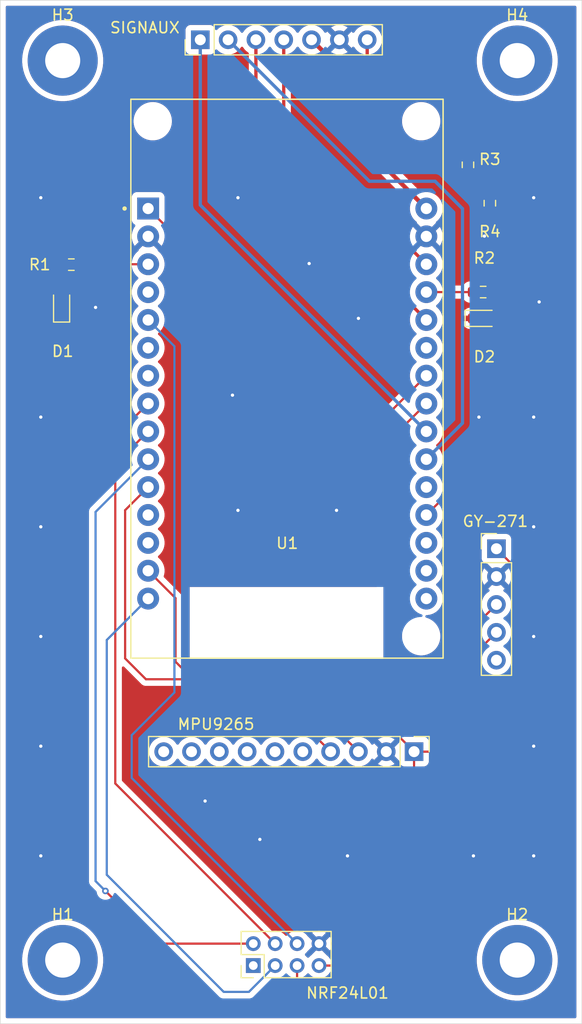
<source format=kicad_pcb>
(kicad_pcb (version 20241229) (generator "pcbnew") (generator_version "9.0")
  (layers (0 "F.Cu" signal) (2 "B.Cu" signal) (13 "F.Paste" user) (15 "B.Paste" user) (5 "F.SilkS" user "F.Silkscreen") (7 "B.SilkS" user "B.Silkscreen") (1 "F.Mask" user) (3 "B.Mask" user) (25 "Edge.Cuts" user))
  (net 0 "")
  (net 1 "Net-(D1-A)")
  (net 2 "GND")
  (net 3 "Net-(D2-A)")
  (net 4 "SDA_0")
  (net 5 "3V3")
  (net 6 "SCL_0")
  (net 7 "SCL_1")
  (net 8 "SDA_1")
  (net 9 "MOSI")
  (net 10 "NRF_CE")
  (net 11 "MISO")
  (net 12 "SCK")
  (net 13 "NRF_CSN")
  (net 14 "Moteur2")
  (net 15 "Moteur3")
  (net 16 "Moteur1")
  (net 17 "BEC_5V")
  (net 18 "BatteryCheck")
  (net 19 "Moteur4")
  (net 20 "GPLED")
  (net 21 "ReadyToFlyLED")
  (net 32 "BAT")
  (footprint "MountingHole:MountingHole_3.2mm_M3_Pad" (layer "F.Cu") (at 22 104.5)
    (property "Reference" "H1" (at 0 -4.15 0) (layer "F.SilkS"))
    (property "Value" "MountingHole" (hide yes))
    (pad "1" thru_hole circle (at 0 0) (size 6.4 6.4) (drill 3.2) (layers "*.Cu" "*.Mask"))
  )
  (footprint "Resistor_SMD:R_0603_1608Metric_Pad0.98x0.95mm_HandSolder" (layer "F.Cu") (at 61 35.5 90)
    (property "Reference" "R4" (at -2.5875 0 180) (layer "F.SilkS"))
    (property "Value" "15k")
    (fp_line (start -0.254724 -0.5225) (end 0.254724 -0.5225) (stroke (width 0.12)) (layer "F.SilkS"))
    (fp_line (start -0.254724 0.5225) (end 0.254724 0.5225) (stroke (width 0.12)) (layer "F.SilkS"))
    (pad "1" smd roundrect (at -0.9125 0 90) (size 0.975 0.95) (layers "F.Cu" "F.Mask" "F.Paste") (net 2 "GND"))
    (pad "2" smd roundrect (at 0.9125 0 90) (size 0.975 0.95) (layers "F.Cu" "F.Mask" "F.Paste") (net 18 "BatteryCheck"))
  )
  (footprint "MountingHole:MountingHole_3.2mm_M3_Pad" (layer "F.Cu") (at 63.5 104.5)
    (property "Reference" "H2" (at 0 -4.15 0) (layer "F.SilkS"))
    (property "Value" "MountingHole" (hide yes))
    (pad "1" thru_hole circle (at 0 0) (size 6.4 6.4) (drill 3.2) (layers "*.Cu" "*.Mask"))
  )
  (footprint "LED_SMD:LED_0603_1608Metric_Pad1.05x0.95mm_HandSolder" (layer "F.Cu") (at 21.9 44.675 90)
    (property "Reference" "D1" (at -4.325 0.1 180) (layer "F.SilkS"))
    (property "Value" "LED")
    (fp_line (start 0.8 -0.735) (end -1.66 -0.735) (stroke (width 0.12)) (layer "F.SilkS"))
    (fp_line (start -1.66 -0.735) (end -1.66 0.735) (stroke (width 0.12)) (layer "F.SilkS"))
    (fp_line (start -1.66 0.735) (end 0.8 0.735) (stroke (width 0.12)) (layer "F.SilkS"))
    (pad "1" smd roundrect (at -0.875 0 90) (size 1.05 0.95) (layers "F.Cu" "F.Mask" "F.Paste") (net 2 "GND"))
    (pad "2" smd roundrect (at 0.875 0 90) (size 1.05 0.95) (layers "F.Cu" "F.Mask" "F.Paste") (net 1 "Net-(D1-A)"))
  )
  (footprint "MountingHole:MountingHole_3.2mm_M3_Pad" (layer "F.Cu") (at 22 22.5)
    (property "Reference" "H3" (at 0 -4.15 0) (layer "F.SilkS"))
    (property "Value" "MountingHole" (hide yes))
    (pad "1" thru_hole circle (at 0 0) (size 6.4 6.4) (drill 3.2) (layers "*.Cu" "*.Mask"))
  )
  (footprint "Resistor_SMD:R_0603_1608Metric_Pad0.98x0.95mm_HandSolder" (layer "F.Cu") (at 59 32 90)
    (property "Reference" "R3" (at 0.5 2 180) (layer "F.SilkS"))
    (property "Value" "100k")
    (fp_line (start -0.254724 -0.5225) (end 0.254724 -0.5225) (stroke (width 0.12)) (layer "F.SilkS"))
    (fp_line (start -0.254724 0.5225) (end 0.254724 0.5225) (stroke (width 0.12)) (layer "F.SilkS"))
    (pad "1" smd roundrect (at -0.9125 0 90) (size 0.975 0.95) (layers "F.Cu" "F.Mask" "F.Paste") (net 18 "BatteryCheck"))
    (pad "2" smd roundrect (at 0.9125 0 90) (size 0.975 0.95) (layers "F.Cu" "F.Mask" "F.Paste") (net 32 "BAT"))
  )
  (footprint "Connector_PinHeader_2.54mm:PinHeader_1x07_P2.54mm_Vertical" (layer "F.Cu") (at 34.56 20.6 90)
    (property "Reference" "SIGNAUX" (at 1.1 -5.06 180) (layer "F.SilkS"))
    (property "Value" "Conn_01x07_Pin" (hide yes))
    (fp_line (start -1.38 -1.38) (end 0 -1.38) (stroke (width 0.12)) (layer "F.SilkS"))
    (fp_line (start -1.38 0) (end -1.38 -1.38) (stroke (width 0.12)) (layer "F.SilkS"))
    (fp_line (start 1.38 1.27) (end 1.38 16.62) (stroke (width 0.12)) (layer "F.SilkS"))
    (fp_line (start -1.38 1.27) (end 1.38 1.27) (stroke (width 0.12)) (layer "F.SilkS"))
    (fp_line (start -1.38 1.27) (end -1.38 16.62) (stroke (width 0.12)) (layer "F.SilkS"))
    (fp_line (start -1.38 16.62) (end 1.38 16.62) (stroke (width 0.12)) (layer "F.SilkS"))
    (pad "1" thru_hole rect (at 0 0 90) (size 1.7 1.7) (drill 1) (layers "*.Cu" "*.Mask") (net 19 "Moteur4"))
    (pad "2" thru_hole circle (at 0 2.54 90) (size 1.7 1.7) (drill 1) (layers "*.Cu" "*.Mask") (net 15 "Moteur3"))
    (pad "3" thru_hole circle (at 0 5.08 90) (size 1.7 1.7) (drill 1) (layers "*.Cu" "*.Mask") (net 14 "Moteur2"))
    (pad "4" thru_hole circle (at 0 7.62 90) (size 1.7 1.7) (drill 1) (layers "*.Cu" "*.Mask") (net 16 "Moteur1"))
    (pad "5" thru_hole circle (at 0 10.16 90) (size 1.7 1.7) (drill 1) (layers "*.Cu" "*.Mask") (net 17 "BEC_5V"))
    (pad "6" thru_hole circle (at 0 12.7 90) (size 1.7 1.7) (drill 1) (layers "*.Cu" "*.Mask") (net 2 "GND"))
    (pad "7" thru_hole circle (at 0 15.24 90) (size 1.7 1.7) (drill 1) (layers "*.Cu" "*.Mask") (net 32 "BAT"))
  )
  (footprint "Resistor_SMD:R_0603_1608Metric_Pad0.98x0.95mm_HandSolder" (layer "F.Cu") (at 22.7875 41.1 180)
    (property "Reference" "R1" (at 2.8875 0 0) (layer "F.SilkS"))
    (property "Value" "500")
    (fp_line (start -0.254724 0.5225) (end 0.254724 0.5225) (stroke (width 0.12)) (layer "F.SilkS"))
    (fp_line (start -0.254724 -0.5225) (end 0.254724 -0.5225) (stroke (width 0.12)) (layer "F.SilkS"))
    (pad "1" smd roundrect (at -0.9125 0 180) (size 0.975 0.95) (layers "F.Cu" "F.Mask" "F.Paste") (net 20 "GPLED"))
    (pad "2" smd roundrect (at 0.9125 0 180) (size 0.975 0.95) (layers "F.Cu" "F.Mask" "F.Paste") (net 1 "Net-(D1-A)"))
  )
  (footprint "Empreinte:MODULE_ESP32_DEVKIT_V1" (layer "F.Cu") (at 42.5 51.5)
    (property "Reference" "U1" (at 0 15 0) (layer "F.SilkS"))
    (property "Value" "ESP32-DEVKIT-V1")
    (fp_line (start -14.28 -25.475) (end -3.211 -25.475) (stroke (width 0.127)) (layer "F.SilkS"))
    (fp_line (start -14.28 -25.475) (end 14.23 -25.475) (stroke (width 0.127)) (layer "F.SilkS"))
    (fp_line (start -14.28 25.475) (end -14.28 -25.475) (stroke (width 0.127)) (layer "F.SilkS"))
    (fp_line (start -14.28 25.475) (end -14.28 -25.475) (stroke (width 0.127)) (layer "F.SilkS"))
    (fp_line (start -14.28 25.475) (end -8.91 25.475) (stroke (width 0.127)) (layer "F.SilkS"))
    (fp_line (start -8.91 25.475) (end 8.78 25.475) (stroke (width 0.127)) (layer "F.SilkS"))
    (fp_line (start -3.211 -25.475) (end 3.5 -25.475) (stroke (width 0.127)) (layer "F.SilkS"))
    (fp_line (start 3.5 -25.475) (end 14.23 -25.475) (stroke (width 0.127)) (layer "F.SilkS"))
    (fp_line (start 8.78 25.475) (end 14.23 25.475) (stroke (width 0.127)) (layer "F.SilkS"))
    (fp_line (start 14.23 -25.475) (end 14.23 25.475) (stroke (width 0.127)) (layer "F.SilkS"))
    (fp_line (start 14.23 -25.475) (end 14.23 25.475) (stroke (width 0.127)) (layer "F.SilkS"))
    (fp_line (start 14.23 25.475) (end -14.28 25.475) (stroke (width 0.127)) (layer "F.SilkS"))
    (fp_circle (center -14.85 -15.515) (end -14.75 -15.515) (stroke (width 0.2)) (fill no) (layer "F.SilkS"))
    (pad "" np_thru_hole circle (at -12.28 -23.475) (size 3 3) (drill 3) (layers "*.Cu" "*.Mask"))
    (pad "" np_thru_hole circle (at -12.28 23.475) (size 3 3) (drill 3) (layers "*.Cu" "*.Mask"))
    (pad "" np_thru_hole circle (at 12.23 -23.475) (size 3 3) (drill 3) (layers "*.Cu" "*.Mask"))
    (pad "" np_thru_hole circle (at 12.23 23.475) (size 3 3) (drill 3) (layers "*.Cu" "*.Mask"))
    (pad "1" thru_hole rect (at -12.7 -15.515) (size 2 2) (drill 1.02) (layers "*.Cu" "*.Mask") (net 5 "3V3"))
    (pad "2" thru_hole circle (at -12.7 -12.975) (size 2 2) (drill 1.02) (layers "*.Cu" "*.Mask") (net 2 "GND"))
    (pad "3" thru_hole circle (at -12.7 -10.435) (size 2 2) (drill 1.02) (layers "*.Cu" "*.Mask") (net 20 "GPLED"))
    (pad "4" thru_hole circle (at -12.7 -7.895) (size 2 2) (drill 1.02) (layers "*.Cu" "*.Mask"))
    (pad "5" thru_hole circle (at -12.7 -5.355) (size 2 2) (drill 1.02) (layers "*.Cu" "*.Mask") (net 10 "NRF_CE"))
    (pad "6" thru_hole circle (at -12.7 -2.815) (size 2 2) (drill 1.02) (layers "*.Cu" "*.Mask"))
    (pad "7" thru_hole circle (at -12.7 -0.275) (size 2 2) (drill 1.02) (layers "*.Cu" "*.Mask"))
    (pad "8" thru_hole circle (at -12.7 2.265) (size 2 2) (drill 1.02) (layers "*.Cu" "*.Mask") (net 13 "NRF_CSN"))
    (pad "9" thru_hole circle (at -12.7 4.805) (size 2 2) (drill 1.02) (layers "*.Cu" "*.Mask") (net 12 "SCK"))
    (pad "10" thru_hole circle (at -12.7 7.345) (size 2 2) (drill 1.02) (layers "*.Cu" "*.Mask") (net 11 "MISO"))
    (pad "11" thru_hole circle (at -12.7 9.885) (size 2 2) (drill 1.02) (layers "*.Cu" "*.Mask") (net 4 "SDA_0"))
    (pad "12" thru_hole circle (at -12.7 12.425) (size 2 2) (drill 1.02) (layers "*.Cu" "*.Mask"))
    (pad "13" thru_hole circle (at -12.7 14.965) (size 2 2) (drill 1.02) (layers "*.Cu" "*.Mask"))
    (pad "14" thru_hole circle (at -12.7 17.505) (size 2 2) (drill 1.02) (layers "*.Cu" "*.Mask") (net 6 "SCL_0"))
    (pad "15" thru_hole circle (at -12.7 20.045) (size 2 2) (drill 1.02) (layers "*.Cu" "*.Mask") (net 9 "MOSI"))
    (pad "16" thru_hole circle (at 12.7 20.045) (size 2 2) (drill 1.02) (layers "*.Cu" "*.Mask"))
    (pad "17" thru_hole circle (at 12.7 17.505) (size 2 2) (drill 1.02) (layers "*.Cu" "*.Mask"))
    (pad "18" thru_hole circle (at 12.7 14.965) (size 2 2) (drill 1.02) (layers "*.Cu" "*.Mask"))
    (pad "19" thru_hole circle (at 12.7 12.425) (size 2 2) (drill 1.02) (layers "*.Cu" "*.Mask") (net 18 "BatteryCheck"))
    (pad "20" thru_hole circle (at 12.7 9.885) (size 2 2) (drill 1.02) (layers "*.Cu" "*.Mask"))
    (pad "21" thru_hole circle (at 12.7 7.345) (size 2 2) (drill 1.02) (layers "*.Cu" "*.Mask") (net 15 "Moteur3"))
    (pad "22" thru_hole circle (at 12.7 4.805) (size 2 2) (drill 1.02) (layers "*.Cu" "*.Mask") (net 19 "Moteur4"))
    (pad "23" thru_hole circle (at 12.7 2.265) (size 2 2) (drill 1.02) (layers "*.Cu" "*.Mask") (net 7 "SCL_1"))
    (pad "24" thru_hole circle (at 12.7 -0.275) (size 2 2) (drill 1.02) (layers "*.Cu" "*.Mask") (net 8 "SDA_1"))
    (pad "25" thru_hole circle (at 12.7 -2.815) (size 2 2) (drill 1.02) (layers "*.Cu" "*.Mask"))
    (pad "26" thru_hole circle (at 12.7 -5.355) (size 2 2) (drill 1.02) (layers "*.Cu" "*.Mask") (net 14 "Moteur2"))
    (pad "27" thru_hole circle (at 12.7 -7.895) (size 2 2) (drill 1.02) (layers "*.Cu" "*.Mask") (net 21 "ReadyToFlyLED"))
    (pad "28" thru_hole circle (at 12.7 -10.435) (size 2 2) (drill 1.02) (layers "*.Cu" "*.Mask") (net 16 "Moteur1"))
    (pad "29" thru_hole circle (at 12.7 -12.975) (size 2 2) (drill 1.02) (layers "*.Cu" "*.Mask") (net 2 "GND"))
    (pad "30" thru_hole circle (at 12.7 -15.515) (size 2 2) (drill 1.02) (layers "*.Cu" "*.Mask") (net 17 "BEC_5V"))
    (zone (net 0) (net_name "") (layer "F.Cu") (connect_pads (clearance 0)) (min_thickness 0.01)
      (keepout (tracks not_allowed) (vias not_allowed) (pads not_allowed) (copperpour not_allowed) (footprints allowed))
      (fill (thermal_gap 0.508) (thermal_bridge_width 0.508))
      (polygon (pts (xy 33.59 70.485) (xy 51.28 70.485) (xy 51.28 76.975) (xy 33.59 76.975)))
    )
    (zone (net 0) (net_name "") (layer "B.Cu") (connect_pads (clearance 0)) (min_thickness 0.01)
      (keepout (tracks not_allowed) (vias not_allowed) (pads not_allowed) (copperpour not_allowed) (footprints allowed))
      (fill (thermal_gap 0.508) (thermal_bridge_width 0.508))
      (polygon (pts (xy 33.59 70.485) (xy 51.28 70.485) (xy 51.28 76.975) (xy 33.59 76.975)))
    )
  )
  (footprint "LED_SMD:LED_0603_1608Metric_Pad1.05x0.95mm_HandSolder" (layer "F.Cu") (at 60.4 46)
    (property "Reference" "D2" (at 0.1 3.5 0) (layer "F.SilkS"))
    (property "Value" "LED")
    (fp_line (start -1.66 -0.735) (end -1.66 0.735) (stroke (width 0.12)) (layer "F.SilkS"))
    (fp_line (start -1.66 0.735) (end 0.8 0.735) (stroke (width 0.12)) (layer "F.SilkS"))
    (fp_line (start 0.8 -0.735) (end -1.66 -0.735) (stroke (width 0.12)) (layer "F.SilkS"))
    (pad "1" smd roundrect (at -0.875 0) (size 1.05 0.95) (layers "F.Cu" "F.Mask" "F.Paste") (net 2 "GND"))
    (pad "2" smd roundrect (at 0.875 0) (size 1.05 0.95) (layers "F.Cu" "F.Mask" "F.Paste") (net 3 "Net-(D2-A)"))
  )
  (footprint "Connector_PinHeader_2.54mm:PinHeader_1x05_P2.54mm_Vertical" (layer "F.Cu") (at 61.6 67)
    (property "Reference" "GY-271" (at -0.1 -2.5 0) (layer "F.SilkS"))
    (property "Value" "Conn_01x05_Pin" (hide yes))
    (fp_line (start -1.38 -1.38) (end 0 -1.38) (stroke (width 0.12)) (layer "F.SilkS"))
    (fp_line (start -1.38 0) (end -1.38 -1.38) (stroke (width 0.12)) (layer "F.SilkS"))
    (fp_line (start -1.38 1.27) (end -1.38 11.54) (stroke (width 0.12)) (layer "F.SilkS"))
    (fp_line (start -1.38 1.27) (end 1.38 1.27) (stroke (width 0.12)) (layer "F.SilkS"))
    (fp_line (start -1.38 11.54) (end 1.38 11.54) (stroke (width 0.12)) (layer "F.SilkS"))
    (fp_line (start 1.38 1.27) (end 1.38 11.54) (stroke (width 0.12)) (layer "F.SilkS"))
    (pad "1" thru_hole rect (at 0 0) (size 1.7 1.7) (drill 1) (layers "*.Cu" "*.Mask") (net 5 "3V3"))
    (pad "2" thru_hole circle (at 0 2.54) (size 1.7 1.7) (drill 1) (layers "*.Cu" "*.Mask") (net 2 "GND"))
    (pad "3" thru_hole circle (at 0 5.08) (size 1.7 1.7) (drill 1) (layers "*.Cu" "*.Mask") (net 7 "SCL_1"))
    (pad "4" thru_hole circle (at 0 7.62) (size 1.7 1.7) (drill 1) (layers "*.Cu" "*.Mask") (net 8 "SDA_1"))
    (pad "5" thru_hole circle (at 0 10.16) (size 1.7 1.7) (drill 1) (layers "*.Cu" "*.Mask"))
  )
  (footprint "Resistor_SMD:R_0603_1608Metric_Pad0.98x0.95mm_HandSolder" (layer "F.Cu") (at 60.3875 43.6)
    (property "Reference" "R2" (at 0.1125 -3.1 0) (layer "F.SilkS"))
    (property "Value" "500")
    (fp_line (start -0.254724 -0.5225) (end 0.254724 -0.5225) (stroke (width 0.12)) (layer "F.SilkS"))
    (fp_line (start -0.254724 0.5225) (end 0.254724 0.5225) (stroke (width 0.12)) (layer "F.SilkS"))
    (pad "1" smd roundrect (at -0.9125 0) (size 0.975 0.95) (layers "F.Cu" "F.Mask" "F.Paste") (net 21 "ReadyToFlyLED"))
    (pad "2" smd roundrect (at 0.9125 0) (size 0.975 0.95) (layers "F.Cu" "F.Mask" "F.Paste") (net 3 "Net-(D2-A)"))
  )
  (footprint "MountingHole:MountingHole_3.2mm_M3_Pad" (layer "F.Cu") (at 63.5 22.5)
    (property "Reference" "H4" (at 0 -4.15 0) (layer "F.SilkS"))
    (property "Value" "MountingHole" (hide yes))
    (pad "1" thru_hole circle (at 0 0) (size 6.4 6.4) (drill 3.2) (layers "*.Cu" "*.Mask"))
  )
  (footprint "Connector_PinHeader_2.54mm:PinHeader_1x10_P2.54mm_Vertical" (layer "F.Cu") (at 54.08 85.5 -90)
    (property "Reference" "MPU9265" (at -2.5 18.08 180) (layer "F.SilkS"))
    (property "Value" "Conn_01x10_Pin" (hide yes))
    (fp_line (start -1.38 24.24) (end 1.38 24.24) (stroke (width 0.12)) (layer "F.SilkS"))
    (fp_line (start -1.38 1.27) (end -1.38 24.24) (stroke (width 0.12)) (layer "F.SilkS"))
    (fp_line (start -1.38 1.27) (end 1.38 1.27) (stroke (width 0.12)) (layer "F.SilkS"))
    (fp_line (start 1.38 1.27) (end 1.38 24.24) (stroke (width 0.12)) (layer "F.SilkS"))
    (fp_line (start -1.38 0) (end -1.38 -1.38) (stroke (width 0.12)) (layer "F.SilkS"))
    (fp_line (start -1.38 -1.38) (end 0 -1.38) (stroke (width 0.12)) (layer "F.SilkS"))
    (pad "1" thru_hole rect (at 0 0 270) (size 1.7 1.7) (drill 1) (layers "*.Cu" "*.Mask") (net 5 "3V3"))
    (pad "2" thru_hole circle (at 0 2.54 270) (size 1.7 1.7) (drill 1) (layers "*.Cu" "*.Mask") (net 2 "GND"))
    (pad "3" thru_hole circle (at 0 5.08 270) (size 1.7 1.7) (drill 1) (layers "*.Cu" "*.Mask") (net 6 "SCL_0"))
    (pad "4" thru_hole circle (at 0 7.62 270) (size 1.7 1.7) (drill 1) (layers "*.Cu" "*.Mask") (net 4 "SDA_0"))
    (pad "5" thru_hole circle (at 0 10.16 270) (size 1.7 1.7) (drill 1) (layers "*.Cu" "*.Mask"))
    (pad "6" thru_hole circle (at 0 12.7 270) (size 1.7 1.7) (drill 1) (layers "*.Cu" "*.Mask"))
    (pad "7" thru_hole circle (at 0 15.24 270) (size 1.7 1.7) (drill 1) (layers "*.Cu" "*.Mask"))
    (pad "8" thru_hole circle (at 0 17.78 270) (size 1.7 1.7) (drill 1) (layers "*.Cu" "*.Mask"))
    (pad "9" thru_hole circle (at 0 20.32 270) (size 1.7 1.7) (drill 1) (layers "*.Cu" "*.Mask"))
    (pad "10" thru_hole circle (at 0 22.86 270) (size 1.7 1.7) (drill 1) (layers "*.Cu" "*.Mask"))
  )
  (footprint "Connector_PinHeader_2.00mm:PinHeader_2x04_P2.00mm_Vertical" (layer "F.Cu") (at 39.4 105 90)
    (property "Reference" "NRF24L01" (at -2.5 8.6 180) (layer "F.SilkS"))
    (property "Value" "Conn_02x04_Odd_Even" (hide yes))
    (fp_line (start 3.11 -1.11) (end 3.11 7.11) (stroke (width 0.12)) (layer "F.SilkS"))
    (fp_line (start 1 -1.11) (end 3.11 -1.11) (stroke (width 0.12)) (layer "F.SilkS"))
    (fp_line (start -1.11 -1.11) (end 0 -1.11) (stroke (width 0.12)) (layer "F.SilkS"))
    (fp_line (start -1.11 0) (end -1.11 -1.11) (stroke (width 0.12)) (layer "F.SilkS"))
    (fp_line (start 1 1) (end 1 -1.11) (stroke (width 0.12)) (layer "F.SilkS"))
    (fp_line (start -1.11 1) (end 1 1) (stroke (width 0.12)) (layer "F.SilkS"))
    (fp_line (start -1.11 1) (end -1.11 7.11) (stroke (width 0.12)) (layer "F.SilkS"))
    (fp_line (start -1.11 7.11) (end 3.11 7.11) (stroke (width 0.12)) (layer "F.SilkS"))
    (pad "1" thru_hole rect (at 0 0 90) (size 1.35 1.35) (drill 0.8) (layers "*.Cu" "*.Mask"))
    (pad "2" thru_hole circle (at 2 0 90) (size 1.35 1.35) (drill 0.8) (layers "*.Cu" "*.Mask") (net 11 "MISO"))
    (pad "3" thru_hole circle (at 0 2 90) (size 1.35 1.35) (drill 0.8) (layers "*.Cu" "*.Mask") (net 9 "MOSI"))
    (pad "4" thru_hole circle (at 2 2 90) (size 1.35 1.35) (drill 0.8) (layers "*.Cu" "*.Mask") (net 12 "SCK"))
    (pad "5" thru_hole circle (at 0 4 90) (size 1.35 1.35) (drill 0.8) (layers "*.Cu" "*.Mask") (net 13 "NRF_CSN"))
    (pad "6" thru_hole circle (at 2 4 90) (size 1.35 1.35) (drill 0.8) (layers "*.Cu" "*.Mask") (net 10 "NRF_CE"))
    (pad "7" thru_hole circle (at 0 6 90) (size 1.35 1.35) (drill 0.8) (layers "*.Cu" "*.Mask") (net 5 "3V3"))
    (pad "8" thru_hole circle (at 2 6 90) (size 1.35 1.35) (drill 0.8) (layers "*.Cu" "*.Mask") (net 2 "GND"))
  )
  (gr_rect (start 16.3 17) (end 69.4 110.3) (stroke (width 0.05)) (fill no) (layer "Edge.Cuts"))
  (segment (start 21.875 43.775) (end 21.9 43.8) (width 0.2) (layer "F.Cu") (net 1))
  (segment (start 21.875 41.1) (end 21.875 43.775) (width 0.2) (layer "F.Cu") (net 1))
  (via (at 65 75) (size 0.6) (drill 0.3) (layers "F.Cu" "B.Cu") (net 2))
  (via (at 65 95) (size 0.6) (drill 0.3) (layers "F.Cu" "B.Cu") (net 2))
  (via (at 60.5 38.5) (size 0.6) (drill 0.3) (layers "F.Cu" "B.Cu") (net 2))
  (via (at 20 95) (size 0.6) (drill 0.3) (layers "F.Cu" "B.Cu") (net 2))
  (via (at 65 35) (size 0.6) (drill 0.3) (layers "F.Cu" "B.Cu") (net 2))
  (via (at 47 63.5) (size 0.6) (drill 0.3) (layers "F.Cu" "B.Cu") (net 2))
  (via (at 65 85) (size 0.6) (drill 0.3) (layers "F.Cu" "B.Cu") (net 2))
  (via (at 20 75) (size 0.6) (drill 0.3) (layers "F.Cu" "B.Cu") (net 2))
  (via (at 20 35) (size 0.6) (drill 0.3) (layers "F.Cu" "B.Cu") (net 2))
  (via (at 37.5 53) (size 0.6) (drill 0.3) (layers "F.Cu" "B.Cu") (net 2))
  (via (at 65.5 44.5) (size 0.6) (drill 0.3) (layers "F.Cu" "B.Cu") (net 2))
  (via (at 44.5 41) (size 0.6) (drill 0.3) (layers "F.Cu" "B.Cu") (net 2))
  (via (at 59.5 95) (size 0.6) (drill 0.3) (layers "F.Cu" "B.Cu") (net 2))
  (via (at 65 65) (size 0.6) (drill 0.3) (layers "F.Cu" "B.Cu") (net 2))
  (via (at 40 93.5) (size 0.6) (drill 0.3) (layers "F.Cu" "B.Cu") (net 2))
  (via (at 60 55) (size 0.6) (drill 0.3) (layers "F.Cu" "B.Cu") (net 2))
  (via (at 25 45) (size 0.6) (drill 0.3) (layers "F.Cu" "B.Cu") (net 2))
  (via (at 38 63.5) (size 0.6) (drill 0.3) (layers "F.Cu" "B.Cu") (net 2))
  (via (at 20 85) (size 0.6) (drill 0.3) (layers "F.Cu" "B.Cu") (net 2))
  (via (at 48 95) (size 0.6) (drill 0.3) (layers "F.Cu" "B.Cu") (net 2))
  (via (at 20 65) (size 0.6) (drill 0.3) (layers "F.Cu" "B.Cu") (net 2))
  (via (at 65 55) (size 0.6) (drill 0.3) (layers "F.Cu" "B.Cu") (net 2))
  (via (at 49 46) (size 0.6) (drill 0.3) (layers "F.Cu" "B.Cu") (net 2))
  (via (at 20 55) (size 0.6) (drill 0.3) (layers "F.Cu" "B.Cu") (net 2))
  (via (at 38 35) (size 0.6) (drill 0.3) (layers "F.Cu" "B.Cu") (net 2))
  (via (at 35 90) (size 0.6) (drill 0.3) (layers "F.Cu" "B.Cu") (net 2))
  (segment (start 48 95) (end 59.5 95) (width 0.2) (layer "B.Cu") (net 2))
  (segment (start 61.3 43.6) (end 61.3 45.975) (width 0.2) (layer "F.Cu") (net 3))
  (segment (start 61.3 45.975) (end 61.275 46) (width 0.2) (layer "F.Cu") (net 3))
  (segment (start 39.86 78.9) (end 46.46 85.5) (width 0.2) (layer "F.Cu") (net 4))
  (segment (start 29.8 61.385) (end 27.7 63.485) (width 0.2) (layer "F.Cu") (net 4))
  (segment (start 29.6 78.9) (end 39.86 78.9) (width 0.2) (layer "F.Cu") (net 4))
  (segment (start 27.7 63.485) (end 27.7 77) (width 0.2) (layer "F.Cu") (net 4))
  (segment (start 27.7 77) (end 29.6 78.9) (width 0.2) (layer "F.Cu") (net 4))
  (segment (start 51.381 57.566) (end 51.381 82.801) (width 0.2) (layer "F.Cu") (net 5))
  (segment (start 54.08 85.5) (end 54.08 98.62) (width 0.2) (layer "F.Cu") (net 5))
  (segment (start 61.4 85.5) (end 54.08 85.5) (width 0.2) (layer "F.Cu") (net 5))
  (segment (start 63.6 69) (end 63.6 83.3) (width 0.2) (layer "F.Cu") (net 5))
  (segment (start 61.6 67) (end 63.6 69) (width 0.2) (layer "F.Cu") (net 5))
  (segment (start 29.8 35.985) (end 51.381 57.566) (width 0.2) (layer "F.Cu") (net 5))
  (segment (start 47.7 105) (end 45.4 105) (width 0.2) (layer "F.Cu") (net 5))
  (segment (start 54.08 98.62) (end 47.7 105) (width 0.2) (layer "F.Cu") (net 5))
  (segment (start 63.6 83.3) (end 61.4 85.5) (width 0.2) (layer "F.Cu") (net 5))
  (segment (start 51.381 82.801) (end 54.08 85.5) (width 0.2) (layer "F.Cu") (net 5))
  (segment (start 41.9 78.4) (end 33.4 78.4) (width 0.2) (layer "F.Cu") (net 6))
  (segment (start 32.3 77.3) (end 32.3 71.505) (width 0.2) (layer "F.Cu") (net 6))
  (segment (start 33.4 78.4) (end 32.3 77.3) (width 0.2) (layer "F.Cu") (net 6))
  (segment (start 32.3 71.505) (end 29.8 69.005) (width 0.2) (layer "F.Cu") (net 6))
  (segment (start 49 85.5) (end 41.9 78.4) (width 0.2) (layer "F.Cu") (net 6))
  (segment (start 55.2 53.765) (end 52.879 56.086) (width 0.2) (layer "F.Cu") (net 7))
  (segment (start 52.879 56.086) (end 52.879 77.879) (width 0.2) (layer "F.Cu") (net 7))
  (segment (start 53.5 78.5) (end 55.18 78.5) (width 0.2) (layer "F.Cu") (net 7))
  (segment (start 52.879 77.879) (end 53.5 78.5) (width 0.2) (layer "F.Cu") (net 7))
  (segment (start 55.18 78.5) (end 61.6 72.08) (width 0.2) (layer "F.Cu") (net 7))
  (segment (start 52.2 54.225) (end 52.2 78.4) (width 0.2) (layer "F.Cu") (net 8))
  (segment (start 52.2 78.4) (end 53 79.2) (width 0.2) (layer "F.Cu") (net 8))
  (segment (start 55.2 51.225) (end 52.2 54.225) (width 0.2) (layer "F.Cu") (net 8))
  (segment (start 53 79.2) (end 57.02 79.2) (width 0.2) (layer "F.Cu") (net 8))
  (segment (start 57.02 79.2) (end 61.6 74.62) (width 0.2) (layer "F.Cu") (net 8))
  (segment (start 26.0225 96.7225) (end 36.7 107.4) (width 0.2) (layer "B.Cu") (net 9))
  (segment (start 39 107.4) (end 41.4 105) (width 0.2) (layer "B.Cu") (net 9))
  (segment (start 29.8 71.545) (end 26.0225 75.3225) (width 0.2) (layer "B.Cu") (net 9))
  (segment (start 26.0225 75.3225) (end 26.0225 96.7225) (width 0.2) (layer "B.Cu") (net 9))
  (segment (start 36.7 107.4) (end 39 107.4) (width 0.2) (layer "B.Cu") (net 9))
  (segment (start 28.3 84) (end 28.3 87.9) (width 0.2) (layer "B.Cu") (net 10))
  (segment (start 29.8 46.145) (end 32.2 48.545) (width 0.2) (layer "B.Cu") (net 10))
  (segment (start 32.2 80.1) (end 28.3 84) (width 0.2) (layer "B.Cu") (net 10))
  (segment (start 32.2 48.545) (end 32.2 80.1) (width 0.2) (layer "B.Cu") (net 10))
  (segment (start 28.3 87.9) (end 43.4 103) (width 0.2) (layer "B.Cu") (net 10))
  (segment (start 30.7 103) (end 39.4 103) (width 0.2) (layer "F.Cu") (net 11))
  (segment (start 25.9 98.2) (end 30.7 103) (width 0.2) (layer "F.Cu") (net 11))
  (via (at 25.9 98.2) (size 0.6) (drill 0.3) (layers "F.Cu" "B.Cu") (net 11))
  (segment (start 25 97.3) (end 25.9 98.2) (width 0.2) (layer "B.Cu") (net 11))
  (segment (start 25 63.645) (end 25 97.3) (width 0.2) (layer "B.Cu") (net 11))
  (segment (start 29.8 58.845) (end 25 63.645) (width 0.2) (layer "B.Cu") (net 11))
  (segment (start 26.8 59.305) (end 29.8 56.305) (width 0.2) (layer "F.Cu") (net 12))
  (segment (start 26.8 59.305) (end 26.8 88.4) (width 0.2) (layer "F.Cu") (net 12))
  (segment (start 26.8 88.4) (end 41.4 103) (width 0.2) (layer "F.Cu") (net 12))
  (segment (start 24.2 98.7) (end 34 108.5) (width 0.2) (layer "F.Cu") (net 13))
  (segment (start 29.8 53.765) (end 24.2 59.365) (width 0.2) (layer "F.Cu") (net 13))
  (segment (start 24.2 59.365) (end 24.2 98.7) (width 0.2) (layer "F.Cu") (net 13))
  (segment (start 43.4 106.8) (end 43.4 105) (width 0.2) (layer "F.Cu") (net 13))
  (segment (start 41.7 108.5) (end 43.4 106.8) (width 0.2) (layer "F.Cu") (net 13))
  (segment (start 34 108.5) (end 41.7 108.5) (width 0.2) (layer "F.Cu") (net 13))
  (segment (start 39.64 30.585) (end 55.2 46.145) (width 0.3) (layer "F.Cu") (net 14))
  (segment (start 39.64 20.6) (end 39.64 30.585) (width 0.3) (layer "F.Cu") (net 14))
  (segment (start 58.5 36) (end 56 33.5) (width 0.3) (layer "B.Cu") (net 15))
  (segment (start 56 33.5) (end 50 33.5) (width 0.3) (layer "B.Cu") (net 15))
  (segment (start 58.5 55.545) (end 58.5 36) (width 0.3) (layer "B.Cu") (net 15))
  (segment (start 55.2 58.845) (end 58.5 55.545) (width 0.3) (layer "B.Cu") (net 15))
  (segment (start 50 33.5) (end 37.1 20.6) (width 0.3) (layer "B.Cu") (net 15))
  (segment (start 42.18 20.6) (end 42.18 28.045) (width 0.3) (layer "F.Cu") (net 16))
  (segment (start 42.18 28.045) (end 55.2 41.065) (width 0.3) (layer "F.Cu") (net 16))
  (segment (start 49.12 29.905) (end 55.2 35.985) (width 0.4) (layer "F.Cu") (net 17))
  (segment (start 44.72 20.6) (end 49.12 25) (width 0.4) (layer "F.Cu") (net 17))
  (segment (start 49.12 25) (end 49.12 29.905) (width 0.4) (layer "F.Cu") (net 17))
  (segment (start 63 55) (end 62.101 55.899) (width 0.2) (layer "F.Cu") (net 18))
  (segment (start 63 35.175) (end 63 55) (width 0.2) (layer "F.Cu") (net 18))
  (segment (start 62.101 55.899) (end 62.101 57.024) (width 0.2) (layer "F.Cu") (net 18))
  (segment (start 60.675 34.5875) (end 59 32.9125) (width 0.2) (layer "F.Cu") (net 18))
  (segment (start 62.4125 34.5875) (end 61 34.5875) (width 0.2) (layer "F.Cu") (net 18))
  (segment (start 55.2 63.925) (end 62.101 57.024) (width 0.2) (layer "F.Cu") (net 18))
  (segment (start 61 34.5875) (end 60.675 34.5875) (width 0.2) (layer "F.Cu") (net 18))
  (segment (start 63 35.175) (end 62.4125 34.5875) (width 0.2) (layer "F.Cu") (net 18))
  (segment (start 34.56 20.6) (end 34.56 35.665) (width 0.3) (layer "B.Cu") (net 19))
  (segment (start 34.56 35.665) (end 55.2 56.305) (width 0.3) (layer "B.Cu") (net 19))
  (segment (start 23.735 41.065) (end 23.7 41.1) (width 0.2) (layer "F.Cu") (net 20))
  (segment (start 29.8 41.065) (end 23.735 41.065) (width 0.2) (layer "F.Cu") (net 20))
  (segment (start 55.2 43.605) (end 59.47 43.605) (width 0.2) (layer "F.Cu") (net 21))
  (segment (start 59.47 43.605) (end 59.475 43.6) (width 0.2) (layer "F.Cu") (net 21))
  (segment (start 49.8 28.8) (end 49.8 20.6) (width 0.3) (layer "F.Cu") (net 32))
  (segment (start 59 31.0875) (end 52.0875 31.0875) (width 0.3) (layer "F.Cu") (net 32))
  (segment (start 52.0875 31.0875) (end 49.8 28.8) (width 0.3) (layer "F.Cu") (net 32))
  (zone (net 2) (net_name "GND") (layers "F.Cu" "B.Cu") (connect_pads (clearance 0.5)) (min_thickness 0.25) (fill yes (thermal_gap 0.5) (thermal_bridge_width 0.5))
    (polygon (pts (xy 16.3 17) (xy 16.3 110.3) (xy 69.4 110.3) (xy 69.4 17)))
  )
)
</source>
